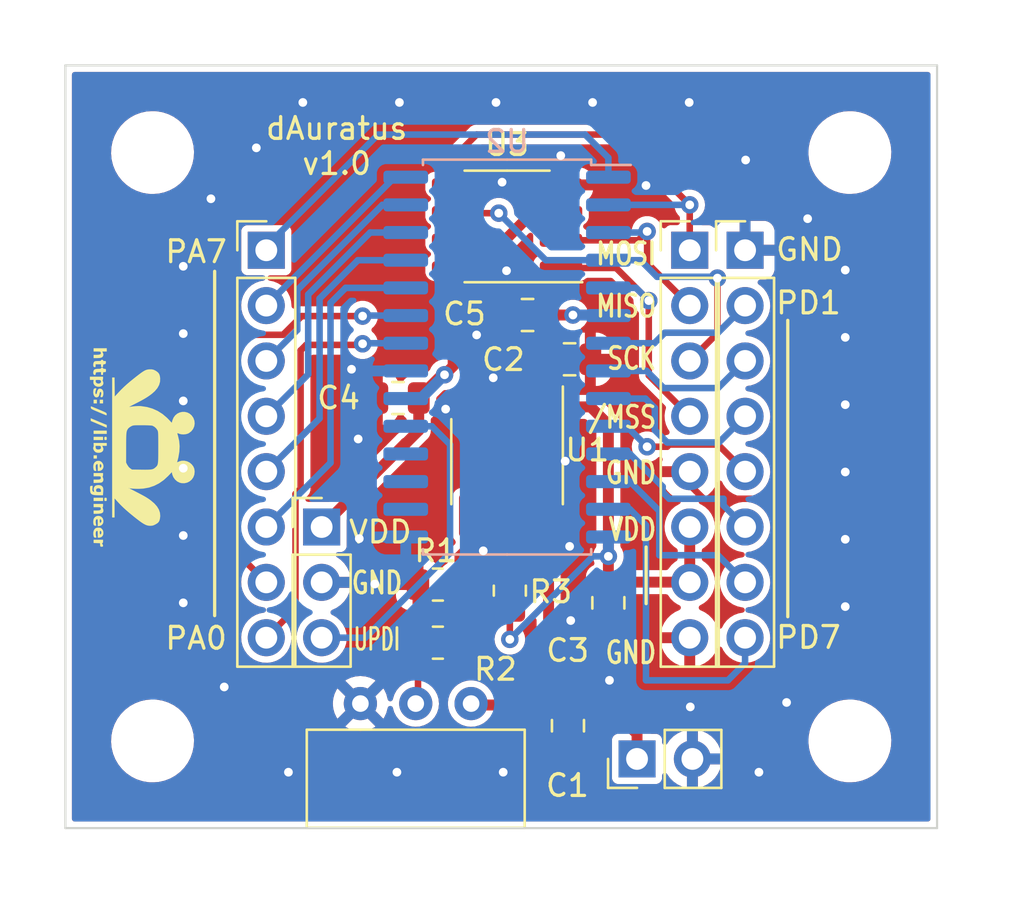
<source format=kicad_pcb>
(kicad_pcb (version 20211014) (generator pcbnew)
  (layers (0 "F.Cu" signal) (31 "B.Cu" power) (34 "B.Paste" user) (35 "F.Paste" user) (36 "B.SilkS" user "B.Silkscreen") (37 "F.SilkS" user "F.Silkscreen") (38 "B.Mask" user) (39 "F.Mask" user) (44 "Edge.Cuts" user))
  (net 0 "")
  (net 1 "VBUS")
  (net 2 "GND")
  (net 3 "VDD")
  (net 4 "/UPDI")
  (net 5 "/PD1")
  (net 6 "/PD2")
  (net 7 "/PD3")
  (net 8 "/PD4")
  (net 9 "/PD5")
  (net 10 "/PD6")
  (net 11 "/PA7")
  (net 12 "/PA6")
  (net 13 "/PA5")
  (net 14 "/PA4")
  (net 18 "/PA3")
  (net 19 "/PA2")
  (net 20 "/PA1")
  (net 21 "/PA0")
  (net 22 "/PD7")
  (net 23 "/MOSI")
  (net 24 "/MISO")
  (net 25 "/SCK")
  (net 26 "/EN{slash}UVLO")
  (net 27 "/PG")
  (net 28 "/EN_SWITCH")
  (net 29 "/~{MEMSS}")
  (footprint "Connector_PinHeader_2.54mm:PinHeader_1x08_P2.54mm_Vertical" (layer "F.Cu") (at 128.651 108.4834)
    (fp_text reference "J4" hide)
    (fp_text value "Conn_01x08_Female")
    (pad "1" thru_hole rect (at 0 0) (size 1.7 1.7) (drill 1) (layers *.Cu *.Mask) (net 23 "/MOSI"))
    (pad "2" thru_hole oval (at 0 2.54) (size 1.7 1.7) (drill 1) (layers *.Cu *.Mask) (net 24 "/MISO"))
    (pad "3" thru_hole oval (at 0 5.08) (size 1.7 1.7) (drill 1) (layers *.Cu *.Mask) (net 25 "/SCK"))
    (pad "4" thru_hole oval (at 0 7.62) (size 1.7 1.7) (drill 1) (layers *.Cu *.Mask) (net 29 "/~{MEMSS}"))
    (pad "5" thru_hole oval (at 0 10.16) (size 1.7 1.7) (drill 1) (layers *.Cu *.Mask) (net 2 "GND"))
    (pad "6" thru_hole oval (at 0 12.7) (size 1.7 1.7) (drill 1) (layers *.Cu *.Mask) (net 3 "VDD"))
    (pad "7" thru_hole oval (at 0 15.24) (size 1.7 1.7) (drill 1) (layers *.Cu *.Mask) (net 3 "VDD"))
    (pad "8" thru_hole oval (at 0 17.78) (size 1.7 1.7) (drill 1) (layers *.Cu *.Mask) (net 2 "GND"))
  )
  (footprint "Connector_PinHeader_2.54mm:PinHeader_1x03_P2.54mm_Vertical" (layer "F.Cu") (at 111.76 121.1834)
    (fp_text reference "J1" hide)
    (fp_text value "Conn_01x03_Male")
    (pad "1" thru_hole rect (at 0 0) (size 1.7 1.7) (drill 1) (layers *.Cu *.Mask) (net 3 "VDD"))
    (pad "2" thru_hole oval (at 0 2.54) (size 1.7 1.7) (drill 1) (layers *.Cu *.Mask) (net 2 "GND"))
    (pad "3" thru_hole oval (at 0 5.08) (size 1.7 1.7) (drill 1) (layers *.Cu *.Mask) (net 4 "/UPDI"))
  )
  (footprint "Connector_PinHeader_2.54mm:PinHeader_1x08_P2.54mm_Vertical" (layer "F.Cu") (at 109.22 108.4834)
    (fp_text reference "J3" hide)
    (fp_text value "Conn_01x08_Female")
    (pad "1" thru_hole rect (at 0 0) (size 1.7 1.7) (drill 1) (layers *.Cu *.Mask) (net 11 "/PA7"))
    (pad "2" thru_hole oval (at 0 2.54) (size 1.7 1.7) (drill 1) (layers *.Cu *.Mask) (net 12 "/PA6"))
    (pad "3" thru_hole oval (at 0 5.08) (size 1.7 1.7) (drill 1) (layers *.Cu *.Mask) (net 13 "/PA5"))
    (pad "4" thru_hole oval (at 0 7.62) (size 1.7 1.7) (drill 1) (layers *.Cu *.Mask) (net 14 "/PA4"))
    (pad "5" thru_hole oval (at 0 10.16) (size 1.7 1.7) (drill 1) (layers *.Cu *.Mask) (net 18 "/PA3"))
    (pad "6" thru_hole oval (at 0 12.7) (size 1.7 1.7) (drill 1) (layers *.Cu *.Mask) (net 19 "/PA2"))
    (pad "7" thru_hole oval (at 0 15.24) (size 1.7 1.7) (drill 1) (layers *.Cu *.Mask) (net 20 "/PA1"))
    (pad "8" thru_hole oval (at 0 17.78) (size 1.7 1.7) (drill 1) (layers *.Cu *.Mask) (net 21 "/PA0"))
  )
  (footprint "MountingHole:MountingHole_3.2mm_M3" (layer "F.Cu") (at 136 104)
    (fp_text reference "H2" hide)
    (fp_text value "MountingHole" hide)
    (pad "" np_thru_hole circle (at 0 0) (size 3.2 3.2) (drill 3.2) (layers F&B.Cu *.Mask))
  )
  (footprint "Package_SO:SOIC-8_3.9x4.9mm_P1.27mm" (layer "F.Cu") (at 120.269 107.3912 180)
    (fp_text reference "U3" (at 0 3.7592) (layer "F.SilkS"))
    (fp_text value "AT25xxx")
    (pad "1" smd roundrect (at -2.475 -1.905 180) (size 1.95 0.6) (layers "F.Cu" "F.Paste" "F.Mask") (net 29 "/~{MEMSS}"))
    (pad "2" smd roundrect (at -2.475 -0.635 180) (size 1.95 0.6) (layers "F.Cu" "F.Paste" "F.Mask") (net 24 "/MISO"))
    (pad "3" smd roundrect (at -2.475 0.635 180) (size 1.95 0.6) (layers "F.Cu" "F.Paste" "F.Mask") (net 3 "VDD"))
    (pad "4" smd roundrect (at -2.475 1.905 180) (size 1.95 0.6) (layers "F.Cu" "F.Paste" "F.Mask") (net 2 "GND"))
    (pad "5" smd roundrect (at 2.475 1.905 180) (size 1.95 0.6) (layers "F.Cu" "F.Paste" "F.Mask") (net 23 "/MOSI"))
    (pad "6" smd roundrect (at 2.475 0.635 180) (size 1.95 0.6) (layers "F.Cu" "F.Paste" "F.Mask") (net 25 "/SCK"))
    (pad "7" smd roundrect (at 2.475 -0.635 180) (size 1.95 0.6) (layers "F.Cu" "F.Paste" "F.Mask") (net 3 "VDD"))
    (pad "8" smd roundrect (at 2.475 -1.905 180) (size 1.95 0.6) (layers "F.Cu" "F.Paste" "F.Mask") (net 3 "VDD"))
  )
  (footprint "Resistor_SMD:R_0805_2012Metric" (layer "F.Cu") (at 117.094 126.492 180)
    (fp_text reference "R2" (at -2.6416 -1.2192 180) (layer "F.SilkS"))
    (fp_text value "100k")
    (pad "1" smd roundrect (at -0.9125 0 180) (size 1.025 1.4) (layers "F.Cu" "F.Paste" "F.Mask") (roundrect_rratio 0.243902) (net 26 "/EN{slash}UVLO"))
    (pad "2" smd roundrect (at 0.9125 0 180) (size 1.025 1.4) (layers "F.Cu" "F.Paste" "F.Mask") (roundrect_rratio 0.243902) (net 28 "/EN_SWITCH"))
  )
  (footprint "Capacitor_SMD:C_0805_2012Metric" (layer "F.Cu") (at 121.2088 111.4552 180)
    (fp_text reference "C5" (at 2.8956 0.0508) (layer "F.SilkS"))
    (fp_text value "1u")
    (pad "1" smd roundrect (at -0.95 0 180) (size 1 1.45) (layers "F.Cu" "F.Paste" "F.Mask") (net 3 "VDD"))
    (pad "2" smd roundrect (at 0.95 0 180) (size 1 1.45) (layers "F.Cu" "F.Paste" "F.Mask") (net 2 "GND"))
  )
  (footprint "Capacitor_SMD:C_0805_2012Metric" (layer "F.Cu") (at 124.9172 124.6632 -90)
    (fp_text reference "C3" (at 2.1868 1.8672 180) (layer "F.SilkS"))
    (fp_text value "1u")
    (pad "1" smd roundrect (at -0.95 0 270) (size 1 1.45) (layers "F.Cu" "F.Paste" "F.Mask") (net 3 "VDD"))
    (pad "2" smd roundrect (at 0.95 0 270) (size 1 1.45) (layers "F.Cu" "F.Paste" "F.Mask") (net 2 "GND"))
  )
  (footprint "MountingHole:MountingHole_3.2mm_M3" (layer "F.Cu") (at 104 131)
    (fp_text reference "H3" hide)
    (fp_text value "MountingHole" hide)
    (pad "" np_thru_hole circle (at 0 0) (size 3.2 3.2) (drill 3.2) (layers *.Cu *.Mask))
  )
  (footprint "Capacitor_SMD:C_0805_2012Metric" (layer "F.Cu") (at 123.063 130.302 -90)
    (fp_text reference "C1" (at 2.7432 0.0254 180) (layer "F.SilkS"))
    (fp_text value "1u")
    (pad "1" smd roundrect (at -0.95 0 270) (size 1 1.45) (layers "F.Cu" "F.Paste" "F.Mask") (net 1 "VBUS"))
    (pad "2" smd roundrect (at 0.95 0 270) (size 1 1.45) (layers "F.Cu" "F.Paste" "F.Mask") (net 2 "GND"))
  )
  (footprint "lib:EAO_SPDT_90_10290" (layer "F.Cu") (at 116.078 129.286 180)
    (fp_text reference "SW1" hide)
    (fp_text value "SW_SPDT")
    (pad "1" thru_hole circle (at -2.54 0 180) (size 1.524 1.524) (drill 0.762) (layers *.Cu *.Mask) (net 1 "VBUS"))
    (pad "2" thru_hole circle (at 0 0 180) (size 1.524 1.524) (drill 0.762) (layers *.Cu *.Mask) (net 28 "/EN_SWITCH"))
    (pad "3" thru_hole circle (at 2.54 0 180) (size 1.524 1.524) (drill 0.762) (layers *.Cu *.Mask) (net 2 "GND"))
  )
  (footprint "Connector_PinHeader_2.54mm:PinHeader_1x02_P2.54mm_Vertical" (layer "F.Cu") (at 126.233 131.826 90)
    (fp_text reference "J5" hide)
    (fp_text value "Conn_01x02_Male")
    (pad "1" thru_hole rect (at 0 0 90) (size 1.7 1.7) (drill 1) (layers *.Cu *.Mask) (net 1 "VBUS"))
    (pad "2" thru_hole oval (at 0 2.54 90) (size 1.7 1.7) (drill 1) (layers *.Cu *.Mask) (net 2 "GND"))
  )
  (footprint "MountingHole:MountingHole_3.2mm_M3" (layer "F.Cu") (at 104 104)
    (fp_text reference "H1" hide)
    (fp_text value "MountingHole" hide)
    (pad "" np_thru_hole circle (at 0 0) (size 3.2 3.2) (drill 3.2) (layers *.Cu *.Mask))
  )
  (footprint "Capacitor_SMD:C_0805_2012Metric" (layer "F.Cu") (at 123.1392 113.4872)
    (fp_text reference "C2" (at -3.0392 0.0128) (layer "F.SilkS"))
    (fp_text value "1u")
    (pad "1" smd roundrect (at -0.95 0) (size 1 1.45) (layers "F.Cu" "F.Paste" "F.Mask") (net 3 "VDD"))
    (pad "2" smd roundrect (at 0.95 0) (size 1 1.45) (layers "F.Cu" "F.Paste" "F.Mask") (net 2 "GND"))
  )
  (footprint "lib:ADP7104ARDZ" (layer "F.Cu") (at 120.269 118.1862 -90)
    (fp_text reference "U1" (at -0.5362 -3.681 180) (layer "F.SilkS"))
    (fp_text value "ADP7104ARDZ")
    (pad "1" smd roundrect (at -2.475 -1.905 270) (size 1.95 0.6) (layers "F.Cu" "F.Paste" "F.Mask") (net 3 "VDD"))
    (pad "2" smd roundrect (at -2.475 -0.635 270) (size 1.95 0.6) (layers "F.Cu" "F.Paste" "F.Mask") (net 3 "VDD"))
    (pad "3" smd roundrect (at -2.475 0.635 270) (size 1.95 0.6) (layers "F.Cu" "F.Paste" "F.Mask") (net 2 "GND"))
    (pad "4" smd roundrect (at -2.475 1.905 270) (size 1.95 0.6) (layers "F.Cu" "F.Paste" "F.Mask"))
    (pad "5" smd roundrect (at 2.475 1.905 270) (size 1.95 0.6) (layers "F.Cu" "F.Paste" "F.Mask") (net 26 "/EN{slash}UVLO"))
    (pad "6" smd roundrect (at 2.475 0.635 270) (size 1.95 0.6) (layers "F.Cu" "F.Paste" "F.Mask") (net 2 "GND"))
    (pad "7" smd roundrect (at 2.475 -0.635 270) (size 1.95 0.6) (layers "F.Cu" "F.Paste" "F.Mask") (net 27 "/PG"))
    (pad "8" smd roundrect (at 2.475 -1.905 270) (size 1.95 0.6) (layers "F.Cu" "F.Paste" "F.Mask") (net 1 "VBUS"))
    (pad "9" smd rect (at 0 0 270) (size 2.41 3.1) (layers "F.Cu" "F.Mask") (net 2 "GND"))
  )
  (footprint "MountingHole:MountingHole_3.2mm_M3" (layer "F.Cu") (at 136 131)
    (fp_text reference "H4" hide)
    (fp_text value "MountingHole" hide)
    (pad "" np_thru_hole circle (at 0 0) (size 3.2 3.2) (drill 3.2) (layers *.Cu *.Mask))
  )
  (footprint "Resistor_SMD:R_0805_2012Metric" (layer "F.Cu") (at 120.396 124.1044 90)
    (fp_text reference "R3" (at -0.0508 1.8796 180) (layer "F.SilkS"))
    (fp_text value "100k")
    (pad "1" smd roundrect (at -0.9125 0 90) (size 1.025 1.4) (layers "F.Cu" "F.Paste" "F.Mask") (roundrect_rratio 0.243902) (net 3 "VDD"))
    (pad "2" smd roundrect (at 0.9125 0 90) (size 1.025 1.4) (layers "F.Cu" "F.Paste" "F.Mask") (roundrect_rratio 0.243902) (net 27 "/PG"))
  )
  (footprint "Connector_PinHeader_2.54mm:PinHeader_1x08_P2.54mm_Vertical" (layer "F.Cu") (at 131.191 108.4834)
    (fp_text reference "J2" hide)
    (fp_text value "Conn_01x08_Female")
    (pad "1" thru_hole rect (at 0 0) (size 1.7 1.7) (drill 1) (layers *.Cu *.Mask) (net 2 "GND"))
    (pad "2" thru_hole oval (at 0 2.54) (size 1.7 1.7) (drill 1) (layers *.Cu *.Mask) (net 5 "/PD1"))
    (pad "3" thru_hole oval (at 0 5.08) (size 1.7 1.7) (drill 1) (layers *.Cu *.Mask) (net 6 "/PD2"))
    (pad "4" thru_hole oval (at 0 7.62) (size 1.7 1.7) (drill 1) (layers *.Cu *.Mask) (net 7 "/PD3"))
    (pad "5" thru_hole oval (at 0 10.16) (size 1.7 1.7) (drill 1) (layers *.Cu *.Mask) (net 8 "/PD4"))
    (pad "6" thru_hole oval (at 0 12.7) (size 1.7 1.7) (drill 1) (layers *.Cu *.Mask) (net 9 "/PD5"))
    (pad "7" thru_hole oval (at 0 15.24) (size 1.7 1.7) (drill 1) (layers *.Cu *.Mask) (net 10 "/PD6"))
    (pad "8" thru_hole oval (at 0 17.78) (size 1.7 1.7) (drill 1) (layers *.Cu *.Mask) (net 22 "/PD7"))
  )
  (footprint "Capacitor_SMD:C_0805_2012Metric" (layer "F.Cu") (at 115.2652 115.2652 180)
    (fp_text reference "C4" (at 2.728 0) (layer "F.SilkS"))
    (fp_text value "1u")
    (pad "1" smd roundrect (at -0.95 0 180) (size 1 1.45) (layers "F.Cu" "F.Paste" "F.Mask") (net 3 "VDD"))
    (pad "2" smd roundrect (at 0.95 0 180) (size 1 1.45) (layers "F.Cu" "F.Paste" "F.Mask") (net 2 "GND"))
  )
  (footprint "lib:eFrog-pcb" (layer "F.Cu") (at 103.5 117.5 -90)
    (fp_text reference "G***" hide)
    (fp_text value "LOGO" hide)
  )
  (footprint "Resistor_SMD:R_0805_2012Metric" (layer "F.Cu") (at 117.094 123.825 180)
    (fp_text reference "R1" (at 0.1016 1.5494) (layer "F.SilkS"))
    (fp_text value "100k")
    (pad "1" smd roundrect locked (at -0.9125 0 180) (size 1.025 1.4) (layers "F.Cu" "F.Paste" "F.Mask") (roundrect_rratio 0.243902) (net 26 "/EN{slash}UVLO"))
    (pad "2" smd roundrect locked (at 0.9125 0 180) (size 1.025 1.4) (layers "F.Cu" "F.Paste" "F.Mask") (roundrect_rratio 0.243902) (net 2 "GND"))
  )
  (footprint "Package_SO:SOIC-28W_7.5x17.9mm_P1.27mm" (layer "B.Cu") (at 120.269 113.3856 180)
    (fp_text reference "U2" (at 0 9.9) (layer "B.SilkS") (effects (justify mirror)))
    (fp_text value "AVR128DB28-SOIC")
    (pad "1" smd roundrect (at -4.65 8.255 180) (size 2.05 0.6) (layers "B.Cu" "B.Paste" "B.Mask") (net 11 "/PA7"))
    (pad "2" smd roundrect (at -4.65 6.985 180) (size 2.05 0.6) (layers "B.Cu" "B.Paste" "B.Mask") (net 23 "/MOSI"))
    (pad "3" smd roundrect (at -4.65 5.715 180) (size 2.05 0.6) (layers "B.Cu" "B.Paste" "B.Mask") (net 24 "/MISO"))
    (pad "4" smd roundrect (at -4.65 4.445 180) (size 2.05 0.6) (layers "B.Cu" "B.Paste" "B.Mask") (net 25 "/SCK"))
    (pad "5" smd roundrect (at -4.65 3.175 180) (size 2.05 0.6) (layers "B.Cu" "B.Paste" "B.Mask") (net 29 "/~{MEMSS}"))
    (pad "6" smd roundrect (at -4.65 1.905 180) (size 2.05 0.6) (layers "B.Cu" "B.Paste" "B.Mask") (net 3 "VDD"))
    (pad "7" smd roundrect (at -4.65 0.635 180) (size 2.05 0.6) (layers "B.Cu" "B.Paste" "B.Mask") (net 5 "/PD1"))
    (pad "8" smd roundrect (at -4.65 -0.635 180) (size 2.05 0.6) (layers "B.Cu" "B.Paste" "B.Mask") (net 6 "/PD2"))
    (pad "9" smd roundrect (at -4.65 -1.905 180) (size 2.05 0.6) (layers "B.Cu" "B.Paste" "B.Mask") (net 7 "/PD3"))
    (pad "10" smd roundrect (at -4.65 -3.175 180) (size 2.05 0.6) (layers "B.Cu" "B.Paste" "B.Mask") (net 8 "/PD4"))
    (pad "11" smd roundrect (at -4.65 -4.445 180) (size 2.05 0.6) (layers "B.Cu" "B.Paste" "B.Mask") (net 9 "/PD5"))
    (pad "12" smd roundrect (at -4.65 -5.715 180) (size 2.05 0.6) (layers "B.Cu" "B.Paste" "B.Mask") (net 10 "/PD6"))
    (pad "13" smd roundrect (at -4.65 -6.985 180) (size 2.05 0.6) (layers "B.Cu" "B.Paste" "B.Mask") (net 22 "/PD7"))
    (pad "14" smd roundrect (at -4.65 -8.255 180) (size 2.05 0.6) (layers "B.Cu" "B.Paste" "B.Mask") (net 3 "VDD"))
    (pad "15" smd roundrect (at 4.65 -8.255 180) (size 2.05 0.6) (layers "B.Cu" "B.Paste" "B.Mask") (net 2 "GND"))
    (pad "16" smd roundrect (at 4.65 -6.985 180) (size 2.05 0.6) (layers "B.Cu" "B.Paste" "B.Mask"))
    (pad "17" smd roundrect (at 4.65 -5.715 180) (size 2.05 0.6) (layers "B.Cu" "B.Paste" "B.Mask"))
    (pad "18" smd roundrect (at 4.65 -4.445 180) (size 2.05 0.6) (layers "B.Cu" "B.Paste" "B.Mask"))
    (pad "19" smd roundrect (at 4.65 -3.175 180) (size 2.05 0.6) (layers "B.Cu" "B.Paste" "B.Mask") (net 4 "/UPDI"))
    (pad "20" smd roundrect (at 4.65 -1.905 180) (size 2.05 0.6) (layers "B.Cu" "B.Paste" "B.Mask") (net 3 "VDD"))
    (pad "21" smd roundrect (at 4.65 -0.635 180) (size 2.05 0.6) (layers "B.Cu" "B.Paste" "B.Mask") (net 2 "GND"))
    (pad "22" smd roundrect (at 4.65 0.635 180) (size 2.05 0.6) (layers "B.Cu" "B.Paste" "B.Mask") (net 21 "/PA0"))
    (pad "23" smd roundrect (at 4.65 1.905 180) (size 2.05 0.6) (layers "B.Cu" "B.Paste" "B.Mask") (net 20 "/PA1"))
    (pad "24" smd roundrect (at 4.65 3.175 180) (size 2.05 0.6) (layers "B.Cu" "B.Paste" "B.Mask") (net 19 "/PA2"))
    (pad "25" smd roundrect (at 4.65 4.445 180) (size 2.05 0.6) (layers "B.Cu" "B.Paste" "B.Mask") (net 18 "/PA3"))
    (pad "26" smd roundrect (at 4.65 5.715 180) (size 2.05 0.6) (layers "B.Cu" "B.Paste" "B.Mask") (net 14 "/PA4"))
    (pad "27" smd roundrect (at 4.65 6.985 180) (size 2.05 0.6) (layers "B.Cu" "B.Paste" "B.Mask") (net 13 "/PA5"))
    (pad "28" smd roundrect (at 4.65 8.255 180) (size 2.05 0.6) (layers "B.Cu" "B.Paste" "B.Mask") (net 12 "/PA6"))
  )
  (gr_line (start 126.65 122.1) (end 126.65 124.7) (layer "F.SilkS") (width 0.15))
  (gr_line (start 106.85 109.45) (end 106.85 125.25) (layer "F.SilkS") (width 0.15))
  (gr_line (start 133.15 111.7) (end 133.15 125.3) (layer "F.SilkS") (width 0.15))
  (gr_line (start 140 135) (end 140 100) (layer "Edge.Cuts") (width 0.1))
  (gr_line (start 140 100) (end 100 100) (layer "Edge.Cuts") (width 0.1))
  (gr_line (start 100 135) (end 140 135) (layer "Edge.Cuts") (width 0.1))
  (gr_line (start 100 135) (end 100 100) (layer "Edge.Cuts") (width 0.1))
  (gr_text "GND" (at 125.95 118.7) (layer "F.SilkS") (effects (font (size 1 0.75))))
  (gr_text "GND" (at 134.147619 108.45) (layer "F.SilkS") (effects (font (size 1 1))))
  (gr_text "GND" (at 125.95 126.95) (layer "F.SilkS") (effects (font (size 1 0.75))))
  (gr_text "PA0" (at 106 126.2888) (layer "F.SilkS") (effects (font (size 1 1))))
  (gr_text "PD7" (at 134.1 126.25) (layer "F.SilkS") (effects (font (size 1 1))))
  (gr_text "GND" (at 114.3 123.75) (layer "F.SilkS") (effects (font (size 1 0.75))))
  (gr_text "PD1" (at 134.1 110.9) (layer "F.SilkS") (effects (font (size 1 1))))
  (gr_text "SCK" (at 125.985714 113.45) (layer "F.SilkS") (effects (font (size 1 0.75))))
  (gr_text "PA7" (at 106 108.55) (layer "F.SilkS") (effects (font (size 1 1))))
  (gr_text "MISO" (at 125.735714 111.05) (layer "F.SilkS") (effects (font (size 1 0.75))))
  (gr_text "dAuratus\nv1.0" (at 112.45 103.7) (layer "F.SilkS") (effects (font (size 1 1))))
  (gr_text "UPDI" (at 114.3 126.3396) (layer "F.SilkS") (effects (font (size 1 0.6) (thickness 0.125))))
  (gr_text "VDD" (at 114.4524 121.412) (layer "F.SilkS") (effects (font (size 1 1))))
  (gr_text "VDD" (at 126.021428 121.3) (layer "F.SilkS") (effects (font (size 1 0.75))))
  (gr_text "/MSS" (at 125.557142 116.15) (layer "F.SilkS") (effects (font (size 1 0.75))))
  (gr_text "MOSI" (at 125.735714 108.65) (layer "F.SilkS") (effects (font (size 1 0.75))))
  (segment (start 126.233 131.826) (end 126.233 130.678) (width 0.5) (layer "F.Cu") (net 1))
  (segment (start 124.907 129.352) (end 123.063 129.352) (width 0.5) (layer "F.Cu") (net 1))
  (segment (start 122.174 126.0348) (end 122.174 120.6612) (width 0.5) (layer "F.Cu") (net 1))
  (segment (start 118.684 129.352) (end 118.618 129.286) (width 0.5) (layer "F.Cu") (net 1))
  (segment (start 123.063 126.9238) (end 122.174 126.0348) (width 0.5) (layer "F.Cu") (net 1))
  (segment (start 123.063 129.352) (end 118.684 129.352) (width 0.5) (layer "F.Cu") (net 1))
  (segment (start 123.063 129.352) (end 123.063 126.9238) (width 0.5) (layer "F.Cu") (net 1))
  (segment (start 126.233 130.678) (end 124.907 129.352) (width 0.5) (layer "F.Cu") (net 1))
  (segment (start 120.269 118.1862) (end 119.634 118.8212) (width 0.5) (layer "F.Cu") (net 2))
  (segment (start 128.651 119.253) (end 129.2352 119.8372) (width 0.3) (layer "F.Cu") (net 2))
  (segment (start 129.2352 119.8372) (end 129.286 119.888) (width 0.3) (layer "F.Cu") (net 2))
  (segment (start 119.634 117.5512) (end 119.634 115.7112) (width 0.5) (layer "F.Cu") (net 2))
  (segment (start 119.634 118.8212) (end 119.634 120.6612) (width 0.5) (layer "F.Cu") (net 2))
  (segment (start 120.269 118.1862) (end 119.634 117.5512) (width 0.5) (layer "F.Cu") (net 2))
  (segment (start 128.651 118.6434) (end 128.651 119.253) (width 0.3) (layer "F.Cu") (net 2))
  (segment (start 119.634 120.6612) (end 119.634 121.8184) (width 0.5) (layer "F.Cu") (net 2))
  (segment (start 119.634 115.7112) (end 119.634 114.3367) (width 0.5) (layer "F.Cu") (net 2))
  (segment (start 119.634 121.8184) (end 119.1768 122.2756) (width 0.5) (layer "F.Cu") (net 2))
  (segment (start 129.286 119.888) (end 132.6388 119.888) (width 0.3) (layer "F.Cu") (net 2))
  (via (at 123.1392 122.0724) (size 0.8) (drill 0.4) (layers "F.Cu" "B.Cu") (net 2))
  (via (at 126.6444 105.5116) (size 0.8) (drill 0.4) (layers "F.Cu" "B.Cu") (net 2))
  (via (at 124.968 128.2192) (size 0.8) (drill 0.4) (layers "F.Cu" "B.Cu") (net 2))
  (via (at 106.68 106.1212) (size 0.8) (drill 0.4) (layers "F.Cu" "B.Cu") (net 2))
  (via (at 122.7328 104.14) (size 0.8) (drill 0.4) (layers "F.Cu" "B.Cu") (net 2))
  (via (at 105.41 112.30864) (size 0.8) (drill 0.4) (layers "F.Cu" "B.Cu") (net 2))
  (via (at 120.0912 132.4356) (size 0.8) (drill 0.4) (layers "F.Cu" "B.Cu") (net 2))
  (via (at 119.761 101.7016) (size 0.8) (drill 0.4) (layers "F.Cu" "B.Cu") (net 2))
  (via (at 107.2896 128.524) (size 0.8) (drill 0.4) (layers "F.Cu" "B.Cu") (net 2))
  (via (at 135.7884 115.57) (size 0.8) (drill 0.4) (layers "F.Cu" "B.Cu") (net 2))
  (via (at 119.634 114.3367) (size 0.8) (drill 0.4) (layers "F.Cu" "B.Cu") (net 2))
  (via (at 123.19 125.476) (size 0.8) (drill 0.4) (layers "F.Cu" "B.Cu") (net 2))
  (via (at 108.7628 103.7844) (size 0.8) (drill 0.4) (layers "F.Cu" "B.Cu") (net 2))
  (via (at 135.7884 121.74728) (size 0.8) (drill 0.4) (layers "F.Cu" "B.Cu") (net 2))
  (via (at 105.41 124.6632) (size 0.8) (drill 0.4) (layers "F.Cu" "B.Cu") (net 2))
  (via (at 110.236 132.4356) (size 0.8) (drill 0.4) (layers "F.Cu" "B.Cu") (net 2))
  (via (at 135.7884 124.83592) (size 0.8) (drill 0.4) (layers "F.Cu" "B.Cu") (net 2))
  (via (at 120.0404 105.3592) (size 0.8) (drill 0.4) (layers "F.Cu" "B.Cu") (net 2))
  (via (at 118.872 112.3696) (size 0.8) (drill 0.4) (layers "F.Cu" "B.Cu") (net 2))
  (via (at 128.6764 129.4384) (size 0.8) (drill 0.4) (layers "F.Cu" "B.Cu") (net 2))
  (via (at 114.1984 123.7996) (size 0.8) (drill 0.4) (layers "F.Cu" "B.Cu") (net 2))
  (via (at 113.4364 117.1448) (size 0.8) (drill 0.4) (layers "F.Cu" "B.Cu") (net 2))
  (via (at 135.7884 109.39272) (size 0.8) (drill 0.4) (layers "F.Cu" "B.Cu") (net 2))
  (via (at 131.826 132.4356) (size 0.8) (drill 0.4) (layers "F.Cu" "B.Cu") (net 2))
  (via (at 134.0612 107.0356) (size 0.8) (drill 0.4) (layers "F.Cu" "B.Cu") (net 2))
  (via (at 113.4872 121.7168) (size 0.8) (drill 0.4) (layers "F.Cu" "B.Cu") (net 2))
  (via (at 115.3287 101.7016) (size 0.8) (drill 0.4) (layers "F.Cu" "B.Cu") (net 2))
  (via (at 131.2164 104.3432) (size 0.8) (drill 0.4) (layers "F.Cu" "B.Cu") (net 2))
  (via (at 133.096 129.2352) (size 0.8) (drill 0.4) (layers "F.Cu" "B.Cu") (net 2))
  (via (at 128.6256 101.7016) (size 0.8) (drill 0.4) (layers "F.Cu" "B.Cu") (net 2))
  (via (at 105.41 121.57456) (size 0.8) (drill 0.4) (layers "F.Cu" "B.Cu") (net 2))
  (via (at 119.1768 122.2756) (size 0.8) (drill 0.4) (layers "F.Cu" "B.Cu") (net 2))
  (via (at 135.7884 118.65864) (size 0.8) (drill 0.4) (layers "F.Cu" "B.Cu") (net 2))
  (via (at 120.2436 109.4232) (size 0.8) (drill 0.4) (layers "F.Cu" "B.Cu") (net 2))
  (via (at 115.2144 132.4356) (size 0.8) (drill 0.4) (layers "F.Cu" "B.Cu") (net 2))
  (via (at 110.8964 101.7016) (size 0.8) (drill 0.4) (layers "F.Cu" "B.Cu") (net 2))
  (via (at 122.936 118.1608) (size 0.8) (drill 0.4) (layers "F.Cu" "B.Cu") (net 2))
  (via (at 124.1933 101.7016) (size 0.8) (drill 0.4) (layers "F.Cu" "B.Cu") (net 2))
  (via (at 135.7884 112.48136) (size 0.8) (drill 0.4) (layers "F.Cu" "B.Cu") (net 2))
  (via (at 105.41 118.48592) (size 0.8) (drill 0.4) (layers "F.Cu" "B.Cu") (net 2))
  (via (at 105.41 115.39728) (size 0.8) (drill 0.4) (layers "F.Cu" "B.Cu") (net 2))
  (via (at 105.41 109.22) (size 0.8) (drill 0.4) (layers "F.Cu" "B.Cu") (net 2))
  (via (at 117.4496 115.7732) (size 0.8) (drill 0.4) (layers "F.Cu" "B.Cu") (net 2))
  (via (at 113.1316 113.9444) (size 0.8) (drill 0.4) (layers "F.Cu" "B.Cu") (net 2))
  (segment (start 116.2152 116.7536) (end 116.2152 115.2652) (width 0.5) (layer "F.Cu") (net 3))
  (segment (start 122.1892 115.696) (end 122.174 115.7112) (width 0.5) (layer "F.Cu") (net 3))
  (segment (start 121.4374 106.7562) (end 122.744 106.7562) (width 0.5) (layer "F.Cu") (net 3))
  (segment (start 122.1588 113.4568) (end 122.1892 113.4872) (width 0.5) (layer "F.Cu") (net 3))
  (segment (start 124.1044 115.6716) (end 124.9172 116.4844) (width 0.5) (layer "F.Cu") (net 3))
  (segment (start 117.794 113.8032) (end 117.3988 114.1984) (width 0.5) (layer "F.Cu") (net 3))
  (segment (start 122.1892 113.4872) (end 117.8336 113.4872) (width 0.5) (layer "F.Cu") (net 3))
  (segment (start 117.282 114.1984) (end 116.2152 115.2652) (width 0.5) (layer "F.Cu") (net 3))
  (segment (start 115.631 117.3378) (end 116.2152 116.7536) (width 0.5) (layer "F.Cu") (net 3))
  (segment (start 122.2136 115.6716) (end 124.1044 115.6716) (width 0.5) (layer "F.Cu") (net 3))
  (segment (start 120.396 125.0169) (end 120.396 126.3396) (width 0.3) (layer "F.Cu") (net 3))
  (segment (start 117.794 108.0262) (end 120.1674 108.0262) (width 0.5) (layer "F.Cu") (net 3))
  (segment (start 117.794 108.0262) (end 117.794 109.2962) (width 0.5) (layer "F.Cu") (net 3))
  (segment (start 122.1892 113.4872) (end 122.1892 115.696) (width 0.5) (layer "F.Cu") (net 3))
  (segment (start 117.794 109.2962) (end 117.794 113.4476) (width 0.5) (layer "F.Cu") (net 3))
  (segment (start 128.651 123.7234) (end 128.651 121.1834) (width 0.5) (layer "F.Cu") (net 3))
  (segment (start 122.1588 111.4552) (end 123.2916 111.4552) (width 0.5) (layer "F.Cu") (net 3))
  (segment (start 115.6056 117.3378) (end 115.631 117.3378) (width 0.5) (layer "F.Cu") (net 3))
  (segment (start 122.1588 111.4552) (end 122.1588 113.4568) (width 0.5) (layer "F.Cu") (net 3))
  (segment (start 124.9172 122.5296) (end 124.9172 123.7132) (width 0.5) (layer "F.Cu") (net 3))
  (segment (start 117.794 113.4476) (end 117.794 113.8032) (width 0.5) (layer "F.Cu") (net 3))
  (segment (start 128.6408 123.7132) (end 128.651 123.7234) (width 0.5) (layer "F.Cu") (net 3))
  (segment (start 117.8336 113.4872) (end 117.794 113.4476) (width 0.5) (layer "F.Cu") (net 3))
  (segment (start 120.1674 108.0262) (end 121.4374 106.7562) (width 0.5) (layer "F.Cu") (net 3))
  (segment (start 124.9172 116.4844) (end 124.9172 122.5296) (width 0.5) (layer "F.Cu") (net 3))
  (segment (start 124.9172 123.7132) (end 128.6408 123.7132) (width 0.5) (layer "F.Cu") (net 3))
  (segment (start 111.76 121.1834) (end 115.6056 117.3378) (width 0.5) (layer "F.Cu") (net 3))
  (segment (start 117.3988 114.1984) (end 117.282 114.1984) (width 0.5) (layer "F.Cu") (net 3))
  (segment (start 120.904 115.7112) (end 122.174 115.7112) (width 0.5) (layer "F.Cu") (net 3))
  (segment (start 122.174 115.7112) (end 122.2136 115.6716) (width 0.5) (layer "F.Cu") (net 3))
  (via (at 124.9172 122.5296) (size 0.8) (drill 0.4) (layers "F.Cu" "B.Cu") (net 3))
  (via (at 120.396 126.3396) (size 0.8) (drill 0.4) (layers "F.Cu" "B.Cu") (net 3))
  (via (at 117.3988 114.1984) (size 0.8) (drill 0.4) (layers "F.Cu" "B.Cu") (net 3))
  (via (at 123.2916 111.4552) (size 0.8) (drill 0.4) (layers "F.Cu" "B.Cu") (net 3))
  (segment (start 120.396 126.3396) (end 124.206 122.5296) (width 0.3) (layer "B.Cu") (net 3))
  (segment (start 116.3066 115.2906) (end 115.619 115.2906) (width 0.5) (layer "B.Cu") (net 3))
  (segment (start 124.206 122.5296) (end 124.9172 122.5296) (width 0.3) (layer "B.Cu") (net 3))
  (segment (start 123.2916 111.4552) (end 124.8936 111.4552) (width 0.5) (layer "B.Cu") (net 3))
  (segment (start 124.919 121.6406) (end 124.919 122.5278) (width 0.5) (layer "B.Cu") (net 3))
  (segment (start 124.919 122.5278) (end 124.9172 122.5296) (width 0.5) (layer "B.Cu") (net 3))
  (segment (start 124.8936 111.4552) (end 124.919 111.4806) (width 0.5) (layer "B.Cu") (net 3))
  (segment (start 117.3988 114.1984) (end 116.3066 115.2906) (width 0.5) (layer "B.Cu") (net 3))
  (segment (start 113.7666 126.2634) (end 111.76 126.2634) (width 0.3) (layer "B.Cu") (net 4))
  (segment (start 115.619 116.5606) (end 116.8146 116.5606) (width 0.3) (layer "B.Cu") (net 4))
  (segment (start 117.6528 117.3988) (end 117.6528 122.3772) (width 0.3) (layer "B.Cu") (net 4))
  (segment (start 117.6528 122.3772) (end 113.7666 126.2634) (width 0.3) (layer "B.Cu") (net 4))
  (segment (start 116.8146 116.5606) (end 117.6528 117.3988) (width 0.3) (layer "B.Cu") (net 4))
  (segment (start 124.919 112.7506) (end 127.0254 112.7506) (width 0.3) (layer "B.Cu") (net 5))
  (segment (start 127.0254 112.7506) (end 127.508 112.268) (width 0.3) (layer "B.Cu") (net 5))
  (segment (start 127.508 112.268) (end 129.9464 112.268) (width 0.3) (layer "B.Cu") (net 5))
  (segment (start 129.9464 112.268) (end 131.191 111.0234) (width 0.3) (layer "B.Cu") (net 5))
  (segment (start 126.6698 114.0206) (end 127.4572 114.808) (width 0.3) (layer "B.Cu") (net 6))
  (segment (start 124.919 114.0206) (end 126.6698 114.0206) (width 0.3) (layer "B.Cu") (net 6))
  (segment (start 129.9464 114.808) (end 131.191 113.5634) (width 0.3) (layer "B.Cu") (net 6))
  (segment (start 127.4572 114.808) (end 129.9464 114.808) (width 0.3) (layer "B.Cu") (net 6))
  (segment (start 127.6158 117.3034) (end 129.991 117.3034) (width 0.3) (layer "B.Cu") (net 7))
  (segment (start 126.619 115.2906) (end 127.0508 115.7224) (width 0.3) (layer "B.Cu") (net 7))
  (segment (start 124.919 115.2906) (end 126.619 115.2906) (width 0.3) (layer "B.Cu") (net 7))
  (segment (start 127.0508 116.7384) (end 127.6158 117.3034) (width 0.3) (layer "B.Cu") (net 7))
  (segment (start 129.991 117.3034) (end 131.191 116.1034) (width 0.3) (layer "B.Cu") (net 7))
  (segment (start 127.0508 115.7224) (end 127.0508 116.7384) (width 0.3) (layer "B.Cu") (net 7))
  (segment (start 127.7112 117.3988) (end 129.9464 117.3988) (width 0.3) (layer "F.Cu") (net 8))
  (segment (start 127.6096 117.5004) (end 127.7112 117.3988) (width 0.3) (layer "F.Cu") (net 8))
  (segment (start 129.9464 117.3988) (end 131.191 118.6434) (width 0.3) (layer "F.Cu") (net 8))
  (segment (start 126.6952 117.5004) (end 127.6096 117.5004) (width 0.3) (layer "F.Cu") (net 8))
  (via (at 126.6952 117.5004) (size 0.8) (drill 0.4) (layers "F.Cu" "B.Cu") (net 8))
  (segment (start 124.919 116.5606) (end 125.7554 116.5606) (width 0.3) (layer "B.Cu") (net 8))
  (segment (start 125.7554 116.5606) (end 126.6952 117.5004) (width 0.3) (layer "B.Cu") (net 8))
  (segment (start 124.919 117.8306) (end 125.9078 117.8306) (width 0.3) (layer "B.Cu") (net 9))
  (segment (start 130.2004 120.1928) (end 131.191 121.1834) (width 0.3) (layer "B.Cu") (net 9))
  (segment (start 125.9078 117.8306) (end 127.4064 119.3292) (width 0.3) (layer "B.Cu") (net 9))
  (segment (start 130.2004 119.888) (end 130.2004 120.1928) (width 0.3) (layer "B.Cu") (net 9))
  (segment (start 127.4064 119.3292) (end 127.4064 119.5832) (width 0.3) (layer "B.Cu") (net 9))
  (segment (start 127.4064 119.5832) (end 127.7112 119.888) (width 0.3) (layer "B.Cu") (net 9))
  (segment (start 127.7112 119.888) (end 130.2004 119.888) (width 0.3) (layer "B.Cu") (net 9))
  (segment (start 127.254 120.4468) (end 127.254 122.4788) (width 0.3) (layer "B.Cu") (net 10))
  (segment (start 127.254 122.4788) (end 129.9464 122.4788) (width 0.3) (layer "B.Cu") (net 10))
  (segment (start 129.9464 122.4788) (end 131.191 123.7234) (width 0.3) (layer "B.Cu") (net 10))
  (segment (start 125.9078 119.1006) (end 127.254 120.4468) (width 0.3) (layer "B.Cu") (net 10))
  (segment (start 124.919 119.1006) (end 125.9078 119.1006) (width 0.3) (layer "B.Cu") (net 10))
  (segment (start 124.9172 104.2416) (end 123.8504 103.1748) (width 0.3) (layer "B.Cu") (net 11))
  (segment (start 114.3508 103.1748) (end 109.22 108.3056) (width 0.3) (layer "B.Cu") (net 11))
  (segment (start 123.8504 103.1748) (end 114.3508 103.1748) (width 0.3) (layer "B.Cu") (net 11))
  (segment (start 124.919 105.1306) (end 124.9172 105.1288) (width 0.3) (layer "B.Cu") (net 11))
  (segment (start 124.9172 105.1288) (end 124.9172 104.2416) (width 0.3) (layer "B.Cu") (net 11))
  (segment (start 109.22 108.3056) (end 109.22 108.4834) (width 0.3) (layer "B.Cu") (net 11))
  (segment (start 115.1128 105.1306) (end 109.22 111.0234) (width 0.3) (layer "B.Cu") (net 12))
  (segment (start 115.619 105.1306) (end 115.1128 105.1306) (width 0.3) (layer "B.Cu") (net 12))
  (segment (start 110.6424 110.308106) (end 110.6424 112.141) (width 0.3) (layer "B.Cu") (net 13))
  (segment (start 115.619 106.4006) (end 114.549906 106.4006) (width 0.3) (layer "B.Cu") (net 13))
  (segment (start 114.549906 106.4006) (end 110.6424 110.308106) (width 0.3) (layer "B.Cu") (net 13))
  (segment (start 110.6424 112.141) (end 109.22 113.5634) (width 0.3) (layer "B.Cu") (net 13))
  (segment (start 113.987012 107.6706) (end 111.1424 110.515212) (width 0.3) (layer "B.Cu") (net 14))
  (segment (start 111.1424 114.181) (end 109.22 116.1034) (width 0.3) (layer "B.Cu") (net 14))
  (segment (start 115.619 107.6706) (end 113.987012 107.6706) (width 0.3) (layer "B.Cu") (net 14))
  (segment (start 111.1424 110.515212) (end 111.1424 114.181) (width 0.3) (layer "B.Cu") (net 14))
  (segment (start 111.664959 110.699759) (end 111.664959 116.198441) (width 0.3) (layer "B.Cu") (net 18))
  (segment (start 111.664959 116.198441) (end 109.22 118.6434) (width 0.3) (layer "B.Cu") (net 18))
  (segment (start 113.424118 108.9406) (end 111.664959 110.699759) (width 0.3) (layer "B.Cu") (net 18))
  (segment (start 115.619 108.9406) (end 113.424118 108.9406) (width 0.3) (layer "B.Cu") (net 18))
  (segment (start 112.861224 110.2106) (end 112.1664 110.905424) (width 0.3) (layer "B.Cu") (net 19))
  (segment (start 115.619 110.2106) (end 112.861224 110.2106) (width 0.3) (layer "B.Cu") (net 19))
  (segment (start 112.1664 110.905424) (end 112.1664 118.237) (width 0.3) (layer "B.Cu") (net 19))
  (segment (start 112.1664 118.237) (end 109.22 121.1834) (width 0.3) (layer "B.Cu") (net 19))
  (segment (start 107.5944 122.8344) (end 108.331 122.8344) (width 0.3) (layer "F.Cu") (net 20))
  (segment (start 107.5436 112.776) (end 107.5436 122.7836) (width 0.3) (layer "F.Cu") (net 20))
  (segment (start 109.9882 112.3634) (end 107.9562 112.3634) (width 0.3) (layer "F.Cu") (net 20))
  (segment (start 107.5436 122.7836) (end 107.5944 122.8344) (width 0.3) (layer "F.Cu") (net 20))
  (segment (start 113.6396 111.506) (end 110.8456 111.506) (width 0.3) (layer "F.Cu") (net 20))
  (segment (start 107.9562 112.3634) (end 107.5436 112.776) (width 0.3) (layer "F.Cu") (net 20))
  (segment (start 110.8456 111.506) (end 109.9882 112.3634) (width 0.3) (layer "F.Cu") (net 20))
  (segment (start 108.331 122.8344) (end 109.22 123.7234) (width 0.3) (layer "F.Cu") (net 20))
  (via (at 113.6396 111.506) (size 0.8) (drill 0.4) (layers "F.Cu" "B.Cu") (net 20))
  (segment (start 113.665 111.4806) (end 113.6396 111.506) (width 0.3) (layer "B.Cu") (net 20))
  (segment (start 115.619 111.4806) (end 113.665 111.4806) (width 0.3) (layer "B.Cu") (net 20))
  (segment (start 110.7948 113.0808) (end 110.7948 119.4308) (width 0.3) (layer "F.Cu") (net 21))
  (segment (start 111.0488 112.8268) (end 110.7948 113.0808) (width 0.3) (layer "F.Cu") (net 21))
  (segment (start 110.56 119.6656) (end 110.56 124.9234) (width 0.3) (layer "F.Cu") (net 21))
  (segment (start 113.5888 112.8268) (end 111.0488 112.8268) (width 0.3) (layer "F.Cu") (net 21))
  (segment (start 113.6396 112.776) (end 113.5888 112.8268) (width 0.3) (layer "F.Cu") (net 21))
  (segment (start 110.7948 119.4308) (end 110.56 119.6656) (width 0.3) (layer "F.Cu") (net 21))
  (segment (start 110.56 124.9234) (end 109.22 126.2634) (width 0.3) (layer "F.Cu") (net 21))
  (via (at 113.6396 112.776) (size 0.8) (drill 0.4) (layers "F.Cu" "B.Cu") (net 21))
  (segment (start 115.619 112.7506) (end 113.665 112.7506) (width 0.3) (layer "B.Cu") (net 21))
  (segment (start 113.665 112.7506) (end 113.6396 112.776) (width 0.3) (layer "B.Cu") (net 21))
  (segment (start 126.6444 128.2192) (end 130.4036 128.2192) (width 0.3) (layer "B.Cu") (net 22))
  (segment (start 124.919 120.3706) (end 125.9078 120.3706) (width 0.3) (layer "B.Cu") (net 22))
  (segment (start 131.191 127.4318) (end 131.191 126.2634) (width 0.3) (layer "B.Cu") (net 22))
  (segment (start 125.9078 120.3706) (end 126.6444 121.1072) (width 0.3) (layer "B.Cu") (net 22))
  (segment (start 130.4036 128.2192) (end 131.191 127.4318) (width 0.3) (layer "B.Cu") (net 22))
  (segment (start 126.6444 121.1072) (end 126.6444 128.2192) (width 0.3) (layer "B.Cu") (net 22))
  (segment (start 117.794 104.2528) (end 118.872 103.1748) (width 0.3) (layer "F.Cu") (net 23))
  (segment (start 118.872 103.1748) (end 125.4252 103.1748) (width 0.3) (layer "F.Cu") (net 23))
  (segment (start 128.651 106.4006) (end 128.651 108.4834) (width 0.3) (layer "F.Cu") (net 23))
  (segment (start 117.794 105.4862) (end 117.794 104.2528) (width 0.3) (layer "F.Cu") (net 23))
  (segment (start 125.4252 103.1748) (end 128.651 106.4006) (width 0.3) (layer "F.Cu") (net 23))
  (via (at 128.651 106.4006) (size 0.8) (drill 0.4) (layers "F.Cu" "B.Cu") (net 23))
  (segment (start 124.919 106.4006) (end 128.651 106.4006) (width 0.3) (layer "B.Cu") (net 23))
  (segment (start 126.6952 109.0676) (end 128.651 111.0234) (width 0.3) (layer "F.Cu") (net 24))
  (segment (start 126.2888 108.0262) (end 126.6952 107.6198) (width 0.3) (layer "F.Cu") (net 24))
  (segment (start 126.6952 107.6198) (end 126.6952 109.0676) (width 0.3) (layer "F.Cu") (net 24))
  (segment (start 122.744 108.0262) (end 126.2888 108.0262) (width 0.3) (layer "F.Cu") (net 24))
  (via (at 126.6952 107.6198) (size 0.8) (drill 0.4) (layers "F.Cu" "B.Cu") (net 24))
  (segment (start 126.6444 107.6706) (end 126.6952 107.6198) (width 0.3) (layer "B.Cu") (net 24))
  (segment (start 124.919 107.6706) (end 126.6444 107.6706) (width 0.3) (layer "B.Cu") (net 24))
  (segment (start 117.8194 106.7816) (end 117.794 106.7562) (width 0.3) (layer "F.Cu") (net 25))
  (segment (start 119.888 106.7816) (end 117.8194 106.7816) (width 0.3) (layer "F.Cu") (net 25))
  (segment (start 129.921001 112.293399) (end 128.651 113.5634) (width 0.3) (layer "F.Cu") (net 25))
  (segment (start 129.921001 109.761189) (end 129.921001 112.293399) (width 0.3) (layer "F.Cu") (net 25))
  (via (at 119.888 106.7816) (size 0.8) (drill 0.4) (layers "F.Cu" "B.Cu") (net 25))
  (via (at 129.921001 109.761189) (size 0.8) (drill 0.4) (layers "F.Cu" "B.Cu") (net 25))
  (segment (start 122.047 108.9406) (end 119.888 106.7816) (width 0.3) (layer "B.Cu") (net 25))
  (segment (start 124.919 108.9406) (end 126.3904 108.9406) (width 0.3) (layer "B.Cu") (net 25))
  (segment (start 127.1524 109.7026) (end 129.9464 109.7026) (width 0.3) (layer "B.Cu") (net 25))
  (segment (start 129.9464 109.7026) (end 129.9464 109.73579) (width 0.3) (layer "B.Cu") (net 25))
  (segment (start 124.919 108.9406) (end 122.047 108.9406) (width 0.3) (layer "B.Cu") (net 25))
  (segment (start 126.3904 108.9406) (end 127.1524 109.7026) (width 0.3) (layer "B.Cu") (net 25))
  (segment (start 129.9464 109.73579) (end 129.921001 109.761189) (width 0.3) (layer "B.Cu") (net 25))
  (segment (start 118.0065 126.492) (end 118.0065 123.825) (width 0.3) (layer "F.Cu") (net 26))
  (segment (start 118.0065 122.4807) (end 118.0065 123.825) (width 0.3) (layer "F.Cu") (net 26))
  (segment (start 118.364 122.1232) (end 118.0065 122.4807) (width 0.3) (layer "F.Cu") (net 26))
  (segment (start 118.364 120.6612) (end 118.364 122.1232) (width 0.3) (layer "F.Cu") (net 26))
  (segment (start 120.904 122.4299) (end 120.142 123.1919) (width 0.3) (layer "F.Cu") (net 27))
  (segment (start 120.904 120.6612) (end 120.904 122.4299) (width 0.3) (layer "F.Cu") (net 27))
  (segment (start 116.1815 126.492) (end 116.1815 129.1825) (width 0.3) (layer "F.Cu") (net 28))
  (segment (start 116.1815 129.1825) (end 116.078 129.286) (width 0.3) (layer "F.Cu") (net 28))
  (segment (start 126.7714 110.7948) (end 126.7714 114.2238) (width 0.3) (layer "F.Cu") (net 29))
  (segment (start 125.2728 109.2962) (end 126.7714 110.7948) (width 0.3) (layer "F.Cu") (net 29))
  (segment (start 126.7714 114.2238) (end 128.651 116.1034) (width 0.3) (layer "F.Cu") (net 29))
  (segment (start 122.744 109.2962) (end 125.2728 109.2962) (width 0.3) (layer "F.Cu") (net 29))
  (via (at 126.7714 110.7948) (size 0.8) (drill 0.4) (layers "F.Cu" "B.Cu") (net 29))
  (segment (start 124.919 110.2106) (end 126.1872 110.2106) (width 0.3) (layer "B.Cu") (net 29))
  (segment (start 126.1872 110.2106) (end 126.7714 110.7948) (width 0.3) (layer "B.Cu") (net 29))
  (zone (net 2) (net_name "GND") (layer "F.Cu") (connect_pads (clearance 0.3)) (min_thickness 0.25) (fill yes (thermal_gap 0.5) (thermal_bridge_width 0.5))
    (polygon (pts (xy 144 138) (xy 97 138) (xy 97 97) (xy 144 97)))
  )
  (zone (net 2) (net_name "GND") (layer "B.Cu") (connect_pads (clearance 0.3)) (min_thickness 0.25) (fill yes (thermal_gap 0.5) (thermal_bridge_width 0.5))
    (polygon (pts (xy 143 137) (xy 98 137) (xy 98 100) (xy 98 98) (xy 143 98)))
  )
)
</source>
